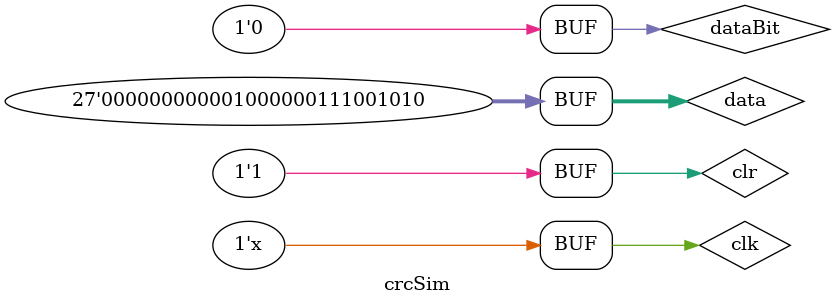
<source format=sv>
`timescale 1ns / 1ps


module crcSim(

    );
    logic clk = 0;
    logic [26:0] data = 27'b000000000001000000111001010;
    logic dataBit = data[26];
    logic clr = 0;
    logic [14:0] crc;
    always #1 clk = ~clk;
    checksumMachine crcer(.clk(clk), .data(dataBit), .clr(clr), .crc(crc));
    initial begin
        clr = 1;
        #2
        clr = 0;
        for (int i = 25; i >= 0; i--) begin
            #2
            dataBit = data[i];
        end
        #2
        clr = 1;
    end
endmodule

</source>
